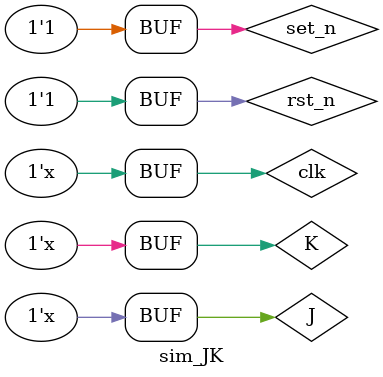
<source format=v>
`timescale 1ns / 1ps


module sim_JK();
reg clk,rst_n,set_n,J,K;
wire Q;
JK u1(clk,rst_n,set_n,J,K,Q);
initial
    begin
        clk=1;J=0;K=0;rst_n=0;set_n=1;
        #80 rst_n=1;set_n=0;
        #80 set_n=1;
    end
always #10 clk=~clk;
always #20 {J,K}={J,K}+1;
endmodule

</source>
